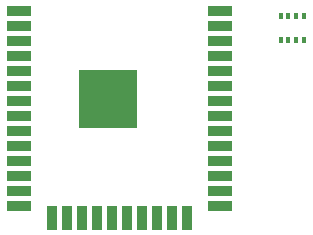
<source format=gbr>
G04 #@! TF.GenerationSoftware,KiCad,Pcbnew,(5.1.4-0-10_14)*
G04 #@! TF.CreationDate,2019-11-18T23:58:44+01:00*
G04 #@! TF.ProjectId,liberation,6c696265-7261-4746-996f-6e2e6b696361,rev?*
G04 #@! TF.SameCoordinates,Original*
G04 #@! TF.FileFunction,Paste,Top*
G04 #@! TF.FilePolarity,Positive*
%FSLAX46Y46*%
G04 Gerber Fmt 4.6, Leading zero omitted, Abs format (unit mm)*
G04 Created by KiCad (PCBNEW (5.1.4-0-10_14)) date 2019-11-18 23:58:44*
%MOMM*%
%LPD*%
G04 APERTURE LIST*
%ADD10C,0.100000*%
%ADD11R,5.000000X5.000000*%
%ADD12R,2.000000X0.900000*%
%ADD13R,0.900000X2.000000*%
%ADD14R,0.350000X0.500000*%
G04 APERTURE END LIST*
D10*
G36*
X105366330Y-95908900D02*
G01*
X108531100Y-95908900D01*
X108531100Y-99074910D01*
X105366330Y-99074910D01*
X105366330Y-95908900D01*
G37*
D11*
X106950000Y-97490000D03*
D12*
X99450000Y-89990000D03*
X99450000Y-91260000D03*
X99450000Y-92530000D03*
X99450000Y-93800000D03*
X99450000Y-95070000D03*
X99450000Y-96340000D03*
X99450000Y-97610000D03*
X99450000Y-98880000D03*
X99450000Y-100150000D03*
X99450000Y-101420000D03*
X99450000Y-102690000D03*
X99450000Y-103960000D03*
X99450000Y-105230000D03*
X99450000Y-106500000D03*
D13*
X102235000Y-107500000D03*
X103505000Y-107500000D03*
X104775000Y-107500000D03*
X106045000Y-107500000D03*
X107315000Y-107500000D03*
X108585000Y-107500000D03*
X109855000Y-107500000D03*
X111125000Y-107500000D03*
X112395000Y-107500000D03*
X113665000Y-107500000D03*
D12*
X116450000Y-106500000D03*
X116450000Y-105230000D03*
X116450000Y-103960000D03*
X116450000Y-102690000D03*
X116450000Y-101420000D03*
X116450000Y-100150000D03*
X116450000Y-98880000D03*
X116450000Y-97610000D03*
X116450000Y-96340000D03*
X116450000Y-95070000D03*
X116450000Y-93800000D03*
X116450000Y-92530000D03*
X116450000Y-91260000D03*
X116450000Y-89990000D03*
D14*
X121580000Y-92465000D03*
X122230000Y-92465000D03*
X122880000Y-92465000D03*
X123530000Y-92465000D03*
X123530000Y-90415000D03*
X122880000Y-90415000D03*
X122230000Y-90415000D03*
X121580000Y-90415000D03*
M02*

</source>
